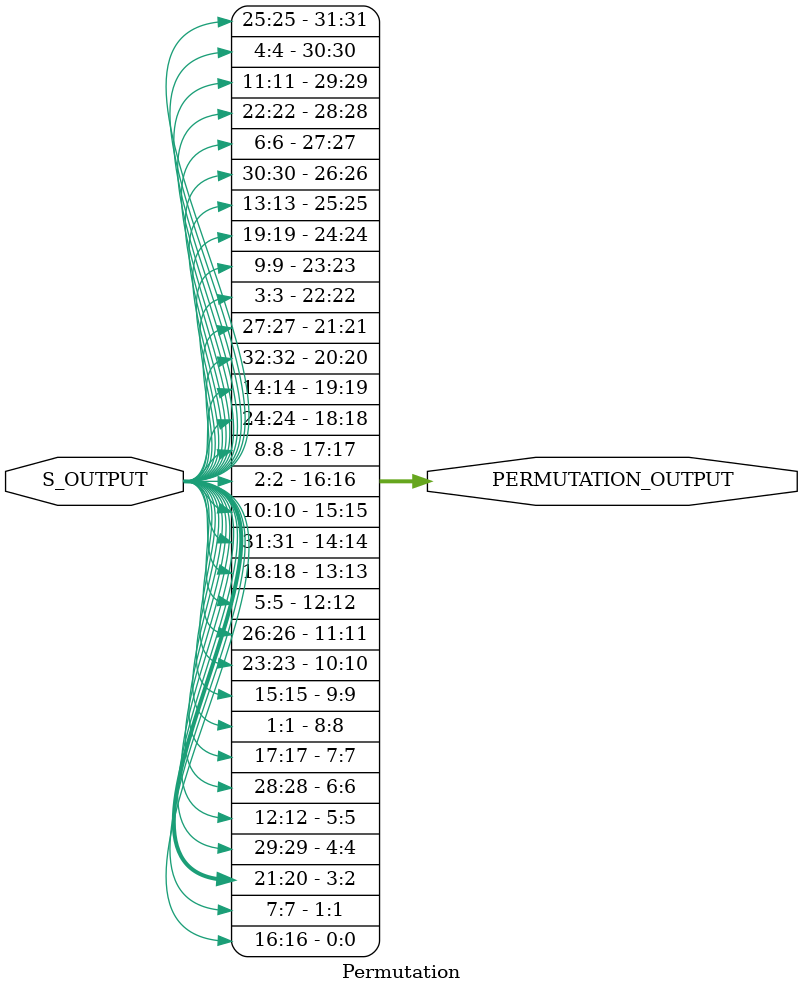
<source format=v>
`timescale 1ns / 1ps
module Permutation(S_OUTPUT, PERMUTATION_OUTPUT);
 input [32 : 1] S_OUTPUT;
 output [32 : 1] PERMUTATION_OUTPUT;
 wire [32 : 1] S_OUTPUT;
 reg [32 : 1] PERMUTATION_OUTPUT;
 always @ (S_OUTPUT)
 begin
 PERMUTATION_OUTPUT[1] <= S_OUTPUT[16];
 PERMUTATION_OUTPUT[2] <= S_OUTPUT[7];
 PERMUTATION_OUTPUT[3] <= S_OUTPUT[20];
 PERMUTATION_OUTPUT[4] <= S_OUTPUT[21];
 PERMUTATION_OUTPUT[5] <= S_OUTPUT[29];
 PERMUTATION_OUTPUT[6] <= S_OUTPUT[12];
 PERMUTATION_OUTPUT[7] <= S_OUTPUT[28];
 PERMUTATION_OUTPUT[8] <= S_OUTPUT[17];
 PERMUTATION_OUTPUT[9] <= S_OUTPUT[1];
 PERMUTATION_OUTPUT[10] <= S_OUTPUT[15];
 PERMUTATION_OUTPUT[11] <= S_OUTPUT[23];
 PERMUTATION_OUTPUT[12] <= S_OUTPUT[26];
 PERMUTATION_OUTPUT[13] <= S_OUTPUT[5];
 PERMUTATION_OUTPUT[14] <= S_OUTPUT[18];
 PERMUTATION_OUTPUT[15] <= S_OUTPUT[31];
 PERMUTATION_OUTPUT[16] <= S_OUTPUT[10];
 PERMUTATION_OUTPUT[17] <= S_OUTPUT[2];
 PERMUTATION_OUTPUT[18] <= S_OUTPUT[8];
 PERMUTATION_OUTPUT[19] <= S_OUTPUT[24];
 PERMUTATION_OUTPUT[20] <= S_OUTPUT[14];
 PERMUTATION_OUTPUT[21] <= S_OUTPUT[32];
 PERMUTATION_OUTPUT[22] <= S_OUTPUT[27];
 PERMUTATION_OUTPUT[23] <= S_OUTPUT[3];
 PERMUTATION_OUTPUT[24] <= S_OUTPUT[9];
 PERMUTATION_OUTPUT[25] <= S_OUTPUT[19];
 PERMUTATION_OUTPUT[26] <= S_OUTPUT[13];
 PERMUTATION_OUTPUT[27] <= S_OUTPUT[30];
 PERMUTATION_OUTPUT[28] <= S_OUTPUT[6];
 PERMUTATION_OUTPUT[29] <= S_OUTPUT[22];
 PERMUTATION_OUTPUT[30] <= S_OUTPUT[11];
 PERMUTATION_OUTPUT[31] <= S_OUTPUT[4];
 PERMUTATION_OUTPUT[32] <= S_OUTPUT[25];
 end
 endmodule




</source>
